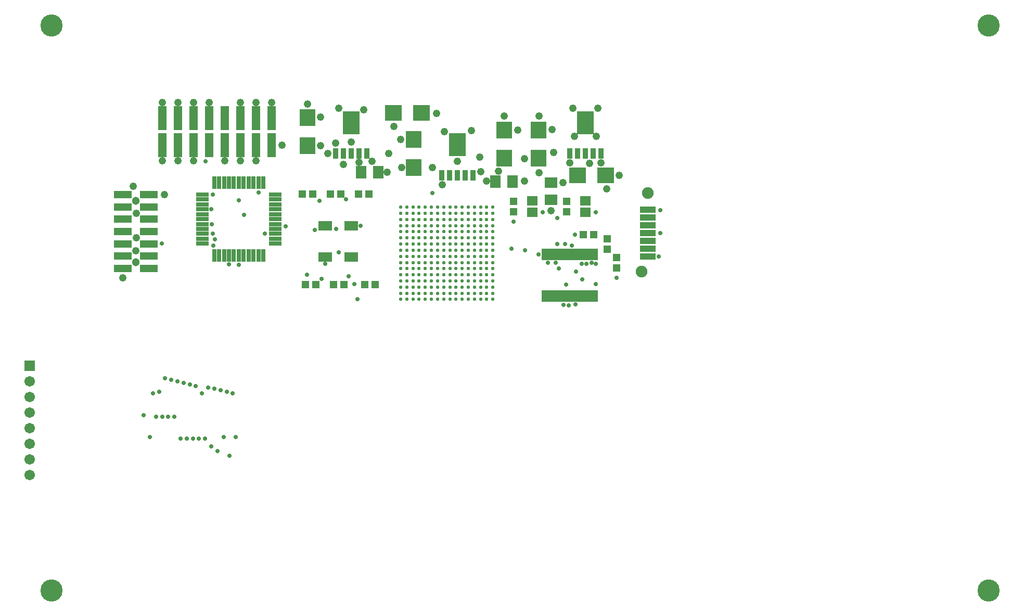
<source format=gts>
%FSLAX24Y24*%
%MOIN*%
G70*
G01*
G75*
G04 Layer_Color=8388736*
G04 Layer_Color=8388736*
%ADD10R,0.0394X0.0433*%
%ADD11C,0.0177*%
%ADD12R,0.0748X0.0197*%
%ADD13R,0.0197X0.0748*%
%ADD14R,0.0177X0.0669*%
%ADD15R,0.0177X0.0669*%
%ADD16R,0.0500X0.1449*%
%ADD17R,0.0787X0.0551*%
%ADD18R,0.1083X0.0394*%
%ADD19R,0.0945X0.0354*%
%ADD20R,0.0433X0.0394*%
%ADD21R,0.1024X0.0945*%
%ADD22R,0.0630X0.0709*%
%ADD23R,0.0945X0.1024*%
%ADD24R,0.1000X0.1400*%
%ADD25R,0.0300X0.0600*%
%ADD26R,0.0709X0.0630*%
%ADD27R,0.0630X0.0512*%
%ADD28C,0.0060*%
%ADD29C,0.0120*%
%ADD30C,0.0100*%
%ADD31C,0.0200*%
%ADD32C,0.0110*%
%ADD33C,0.0160*%
%ADD34C,0.0300*%
%ADD35R,0.0591X0.0591*%
%ADD36C,0.0591*%
%ADD37C,0.1339*%
%ADD38C,0.1339*%
%ADD39C,0.0433*%
%ADD40C,0.0669*%
%ADD41C,0.0200*%
%ADD42C,0.0400*%
%ADD43R,0.0276X0.0354*%
%ADD44R,0.0354X0.0276*%
%ADD45R,0.0276X0.0787*%
%ADD46R,0.0512X0.1339*%
%ADD47C,0.0098*%
%ADD48C,0.0079*%
%ADD49C,0.0080*%
%ADD50C,0.0070*%
%ADD51C,0.0040*%
%ADD52C,0.0600*%
%ADD53C,0.0150*%
%ADD54R,0.0098X0.1575*%
%ADD55R,0.0474X0.0513*%
%ADD56C,0.0217*%
%ADD57R,0.0828X0.0277*%
%ADD58R,0.0277X0.0828*%
%ADD59R,0.0257X0.0749*%
%ADD60R,0.0257X0.0749*%
%ADD61R,0.0580X0.1529*%
%ADD62R,0.0867X0.0631*%
%ADD63R,0.1163X0.0474*%
%ADD64R,0.1025X0.0434*%
%ADD65R,0.0513X0.0474*%
%ADD66R,0.1104X0.1025*%
%ADD67R,0.0710X0.0789*%
%ADD68R,0.1025X0.1104*%
%ADD69R,0.1080X0.1480*%
%ADD70R,0.0380X0.0680*%
%ADD71R,0.0789X0.0710*%
%ADD72R,0.0710X0.0592*%
%ADD73R,0.0671X0.0671*%
%ADD74C,0.0671*%
%ADD75C,0.1419*%
%ADD76C,0.1419*%
%ADD77C,0.0513*%
%ADD78C,0.0749*%
%ADD79C,0.0280*%
%ADD80C,0.0480*%
D55*
X46600Y52735D02*
D03*
Y52065D02*
D03*
X50000Y52735D02*
D03*
Y52065D02*
D03*
X53200Y48465D02*
D03*
Y49135D02*
D03*
X52600Y50335D02*
D03*
Y49665D02*
D03*
D56*
X39370Y51969D02*
D03*
X40157Y51181D02*
D03*
Y51575D02*
D03*
X39370Y46457D02*
D03*
X41339D02*
D03*
X43307D02*
D03*
X45276D02*
D03*
X39370Y46850D02*
D03*
X39764D02*
D03*
X42126D02*
D03*
X44882D02*
D03*
X45276D02*
D03*
X39370Y47244D02*
D03*
X39764D02*
D03*
X40157D02*
D03*
X40551D02*
D03*
X40945D02*
D03*
X41339D02*
D03*
X41732D02*
D03*
X42126D02*
D03*
X42520D02*
D03*
X42913D02*
D03*
X43307D02*
D03*
X43701D02*
D03*
X44094D02*
D03*
X44488D02*
D03*
X44882D02*
D03*
X45276D02*
D03*
X39370Y47638D02*
D03*
X39764D02*
D03*
X40157D02*
D03*
X40551D02*
D03*
X40945D02*
D03*
X41339D02*
D03*
X41732D02*
D03*
X42126D02*
D03*
X42520D02*
D03*
X42913D02*
D03*
X43307D02*
D03*
X43701D02*
D03*
X44094D02*
D03*
X44488D02*
D03*
X44882D02*
D03*
X45276D02*
D03*
X39370Y48032D02*
D03*
X39764D02*
D03*
X40157D02*
D03*
X40551D02*
D03*
X40945D02*
D03*
X41339D02*
D03*
X41732D02*
D03*
X42126D02*
D03*
X42520D02*
D03*
X42913D02*
D03*
X43307D02*
D03*
X43701D02*
D03*
X44094D02*
D03*
X44488D02*
D03*
X44882D02*
D03*
X45276D02*
D03*
X39370Y48425D02*
D03*
X39764D02*
D03*
X40157D02*
D03*
X40551D02*
D03*
X40945D02*
D03*
X41339D02*
D03*
X41732D02*
D03*
X42126D02*
D03*
X42520D02*
D03*
X42913D02*
D03*
X43307D02*
D03*
X43701D02*
D03*
X44094D02*
D03*
X44488D02*
D03*
X44882D02*
D03*
X45276D02*
D03*
X39370Y48819D02*
D03*
X39764D02*
D03*
X40157D02*
D03*
X40551D02*
D03*
X40945D02*
D03*
X41339D02*
D03*
X41732D02*
D03*
X42126D02*
D03*
X42520D02*
D03*
X42913D02*
D03*
X43307D02*
D03*
X43701D02*
D03*
X44094D02*
D03*
X44488D02*
D03*
X44882D02*
D03*
X45276D02*
D03*
X39370Y49213D02*
D03*
X39764D02*
D03*
X40157D02*
D03*
X40551D02*
D03*
X40945D02*
D03*
X41339D02*
D03*
X41732D02*
D03*
X42126D02*
D03*
X42520D02*
D03*
X42913D02*
D03*
X43307D02*
D03*
X43701D02*
D03*
X44094D02*
D03*
X44488D02*
D03*
X44882D02*
D03*
X45276D02*
D03*
X39370Y49606D02*
D03*
X39764D02*
D03*
X40157D02*
D03*
X40551D02*
D03*
X40945D02*
D03*
X41339D02*
D03*
X41732D02*
D03*
X42126D02*
D03*
X42520D02*
D03*
X42913D02*
D03*
X43307D02*
D03*
X43701D02*
D03*
X44094D02*
D03*
X44488D02*
D03*
X44882D02*
D03*
X45276D02*
D03*
X39370Y50000D02*
D03*
X39764D02*
D03*
X40157D02*
D03*
X40551D02*
D03*
X40945D02*
D03*
X41339D02*
D03*
X41732D02*
D03*
X42126D02*
D03*
X42520D02*
D03*
X42913D02*
D03*
X43307D02*
D03*
X43701D02*
D03*
X44094D02*
D03*
X44488D02*
D03*
X44882D02*
D03*
X45276D02*
D03*
X39370Y50394D02*
D03*
X39764D02*
D03*
X40157D02*
D03*
X40551D02*
D03*
X40945D02*
D03*
X41339D02*
D03*
X41732D02*
D03*
X42126D02*
D03*
X42520D02*
D03*
X42913D02*
D03*
X43307D02*
D03*
X43701D02*
D03*
X44094D02*
D03*
X44488D02*
D03*
X44882D02*
D03*
X45276D02*
D03*
X39370Y50787D02*
D03*
X39764D02*
D03*
X40157D02*
D03*
X40551D02*
D03*
X40945D02*
D03*
X41339D02*
D03*
X41732D02*
D03*
X42126D02*
D03*
X42520D02*
D03*
X42913D02*
D03*
X43307D02*
D03*
X43701D02*
D03*
X44094D02*
D03*
X44488D02*
D03*
X44882D02*
D03*
X45276D02*
D03*
X39370Y51181D02*
D03*
X39764D02*
D03*
X40551D02*
D03*
X40945D02*
D03*
X41339D02*
D03*
X41732D02*
D03*
X42126D02*
D03*
X42520D02*
D03*
X42913D02*
D03*
X43307D02*
D03*
X43701D02*
D03*
X44094D02*
D03*
X44488D02*
D03*
X44882D02*
D03*
X45276D02*
D03*
X39370Y51575D02*
D03*
X39764D02*
D03*
X40551D02*
D03*
X40945D02*
D03*
X41339D02*
D03*
X41732D02*
D03*
X42126D02*
D03*
X42520D02*
D03*
X42913D02*
D03*
X43307D02*
D03*
X43701D02*
D03*
X44094D02*
D03*
X44488D02*
D03*
X44882D02*
D03*
X45276D02*
D03*
X39764Y51969D02*
D03*
X40157D02*
D03*
X40551D02*
D03*
X40945D02*
D03*
X41339D02*
D03*
X41732D02*
D03*
X42126D02*
D03*
X42520D02*
D03*
X42913D02*
D03*
X43307D02*
D03*
X43701D02*
D03*
X44094D02*
D03*
X44488D02*
D03*
X44882D02*
D03*
X45276D02*
D03*
X39370Y52362D02*
D03*
X39764D02*
D03*
X40157D02*
D03*
X40551D02*
D03*
X40945D02*
D03*
X41339D02*
D03*
X41732D02*
D03*
X42126D02*
D03*
X42520D02*
D03*
X42913D02*
D03*
X43307D02*
D03*
X43701D02*
D03*
X44094D02*
D03*
X44488D02*
D03*
X44882D02*
D03*
X45276D02*
D03*
X40945Y46850D02*
D03*
X40551D02*
D03*
Y46457D02*
D03*
X40157Y46850D02*
D03*
Y46457D02*
D03*
X39764D02*
D03*
X41732Y46850D02*
D03*
X41339D02*
D03*
X40945Y46457D02*
D03*
X42126D02*
D03*
X41732D02*
D03*
X44882D02*
D03*
X44488Y46850D02*
D03*
Y46457D02*
D03*
X44094Y46850D02*
D03*
Y46457D02*
D03*
X43701Y46850D02*
D03*
Y46457D02*
D03*
X43307Y46850D02*
D03*
X42913D02*
D03*
Y46457D02*
D03*
X42520Y46850D02*
D03*
Y46457D02*
D03*
D57*
X26657Y53175D02*
D03*
Y52860D02*
D03*
Y52545D02*
D03*
Y52230D02*
D03*
Y51915D02*
D03*
Y51600D02*
D03*
Y51285D02*
D03*
Y50970D02*
D03*
Y50655D02*
D03*
Y50340D02*
D03*
Y50025D02*
D03*
X31343Y53175D02*
D03*
Y52860D02*
D03*
Y52545D02*
D03*
Y52230D02*
D03*
Y51915D02*
D03*
Y51600D02*
D03*
Y51285D02*
D03*
Y50970D02*
D03*
Y50655D02*
D03*
Y50340D02*
D03*
Y50025D02*
D03*
D58*
X27425Y49257D02*
D03*
X27740D02*
D03*
X28055D02*
D03*
X28370D02*
D03*
X28685D02*
D03*
X29000D02*
D03*
X29315D02*
D03*
X29630D02*
D03*
X29945D02*
D03*
X30260D02*
D03*
X30575D02*
D03*
X27425Y53943D02*
D03*
X27740D02*
D03*
X28055D02*
D03*
X28370D02*
D03*
X28685D02*
D03*
X29000D02*
D03*
X29315D02*
D03*
X29630D02*
D03*
X29945D02*
D03*
X30260D02*
D03*
X30575D02*
D03*
D59*
X51863Y49339D02*
D03*
D60*
X51607D02*
D03*
X51352D02*
D03*
X51096D02*
D03*
X50840D02*
D03*
X50584D02*
D03*
X50328D02*
D03*
X50072D02*
D03*
X49816D02*
D03*
X49560D02*
D03*
X49304D02*
D03*
X49048D02*
D03*
X48793D02*
D03*
X48537D02*
D03*
X51863Y46661D02*
D03*
X51607D02*
D03*
X51352D02*
D03*
X51096D02*
D03*
X50840D02*
D03*
X50584D02*
D03*
X50328D02*
D03*
X50072D02*
D03*
X49816D02*
D03*
X49560D02*
D03*
X49304D02*
D03*
X49048D02*
D03*
X48793D02*
D03*
X48537D02*
D03*
D61*
X24100Y58074D02*
D03*
Y56326D02*
D03*
X25100Y58074D02*
D03*
Y56326D02*
D03*
X26100Y58074D02*
D03*
Y56326D02*
D03*
X27100Y58074D02*
D03*
Y56326D02*
D03*
X28100Y58074D02*
D03*
Y56326D02*
D03*
X29100Y58074D02*
D03*
Y56326D02*
D03*
X30100Y58074D02*
D03*
Y56326D02*
D03*
X31100Y58074D02*
D03*
Y56326D02*
D03*
D62*
X36203Y49184D02*
D03*
Y51184D02*
D03*
X34550D02*
D03*
Y49184D02*
D03*
D63*
X23237Y48438D02*
D03*
Y49225D02*
D03*
Y50013D02*
D03*
Y50800D02*
D03*
Y51587D02*
D03*
Y52375D02*
D03*
X21563Y48438D02*
D03*
Y49225D02*
D03*
Y50013D02*
D03*
Y50800D02*
D03*
Y51587D02*
D03*
Y52375D02*
D03*
X23237Y53162D02*
D03*
X21563D02*
D03*
D64*
X55200Y52200D02*
D03*
Y51700D02*
D03*
Y51200D02*
D03*
Y50700D02*
D03*
Y50200D02*
D03*
Y49700D02*
D03*
Y49200D02*
D03*
D65*
X51065Y50600D02*
D03*
X51735D02*
D03*
X37335Y53200D02*
D03*
X36665D02*
D03*
X33935Y47400D02*
D03*
X33265D02*
D03*
X37735D02*
D03*
X37065D02*
D03*
X35065D02*
D03*
X35735D02*
D03*
X33735Y53200D02*
D03*
X33065D02*
D03*
X34865D02*
D03*
X35535D02*
D03*
D66*
X40706Y58400D02*
D03*
X38894D02*
D03*
X52506Y54400D02*
D03*
X50694D02*
D03*
D67*
X37951Y54600D02*
D03*
X36849D02*
D03*
X46551Y54000D02*
D03*
X45449D02*
D03*
D68*
X33400Y58106D02*
D03*
Y56294D02*
D03*
X46000Y57306D02*
D03*
Y55494D02*
D03*
X40200Y56706D02*
D03*
Y54894D02*
D03*
X48200Y57306D02*
D03*
Y55494D02*
D03*
D69*
X43000Y56368D02*
D03*
X51200Y57769D02*
D03*
X36200D02*
D03*
D70*
X42500Y54400D02*
D03*
X44000D02*
D03*
X42000D02*
D03*
X43500D02*
D03*
X43000D02*
D03*
X50700Y55800D02*
D03*
X52200D02*
D03*
X50200D02*
D03*
X51700D02*
D03*
X51200D02*
D03*
X36200D02*
D03*
X36700D02*
D03*
X35200D02*
D03*
X37200D02*
D03*
X35700D02*
D03*
D71*
X49000Y52849D02*
D03*
Y53951D02*
D03*
D72*
X47800Y52774D02*
D03*
Y52026D02*
D03*
X51200Y52774D02*
D03*
Y52026D02*
D03*
D73*
X15600Y42200D02*
D03*
D74*
Y41200D02*
D03*
Y40200D02*
D03*
Y39200D02*
D03*
Y38200D02*
D03*
Y37200D02*
D03*
Y36200D02*
D03*
Y35200D02*
D03*
D75*
X17000Y27819D02*
D03*
X77039D02*
D03*
Y64000D02*
D03*
D76*
X17000D02*
D03*
D77*
X22400Y52769D02*
D03*
Y48832D02*
D03*
D78*
X55200Y53283D02*
D03*
X54806Y48232D02*
D03*
D79*
X24066Y50050D02*
D03*
X41400Y53285D02*
D03*
X26870Y55315D02*
D03*
X35236Y50984D02*
D03*
X35400Y49475D02*
D03*
X31988Y51143D02*
D03*
X49970Y47399D02*
D03*
X49803Y46100D02*
D03*
X50128Y46081D02*
D03*
X50584Y46143D02*
D03*
X49304Y48813D02*
D03*
X48793Y48819D02*
D03*
X28811Y37626D02*
D03*
X28024D02*
D03*
X25268Y37528D02*
D03*
X23299Y37626D02*
D03*
X23496Y40425D02*
D03*
X23890Y40524D02*
D03*
X26646Y40425D02*
D03*
X28417Y36445D02*
D03*
X27630Y36740D02*
D03*
X27236Y37035D02*
D03*
X26843Y37528D02*
D03*
X26449D02*
D03*
X26055D02*
D03*
X25661Y37528D02*
D03*
X24874Y38949D02*
D03*
X24480D02*
D03*
X24087Y38949D02*
D03*
X23693D02*
D03*
X22906Y39047D02*
D03*
X28614Y40425D02*
D03*
X28221Y40524D02*
D03*
X27827Y40622D02*
D03*
X27433Y40721D02*
D03*
X27039Y40819D02*
D03*
X26252Y40917D02*
D03*
X25858Y41016D02*
D03*
X25465Y41114D02*
D03*
X25071Y41213D02*
D03*
X24677Y41311D02*
D03*
X24283Y41409D02*
D03*
X50987Y47739D02*
D03*
X51863Y47448D02*
D03*
X50591Y48228D02*
D03*
X36808Y51184D02*
D03*
X34547Y48720D02*
D03*
X29000Y52791D02*
D03*
X29331Y51870D02*
D03*
X33858Y50886D02*
D03*
X27337Y53175D02*
D03*
X49508Y48425D02*
D03*
X49409Y50000D02*
D03*
X27328Y50655D02*
D03*
X33366Y48032D02*
D03*
X27461Y50295D02*
D03*
X27362Y49902D02*
D03*
X36417Y47441D02*
D03*
X55893Y49200D02*
D03*
X56004Y50689D02*
D03*
Y52165D02*
D03*
X29000Y48657D02*
D03*
X28370Y48697D02*
D03*
X27264Y51280D02*
D03*
X27230Y52230D02*
D03*
X30260Y53303D02*
D03*
X30675Y50655D02*
D03*
X36024Y47933D02*
D03*
X36614Y46457D02*
D03*
X34154Y52756D02*
D03*
X35880Y52854D02*
D03*
X47343Y49606D02*
D03*
X49409Y51673D02*
D03*
X46600Y51423D02*
D03*
X46457Y49705D02*
D03*
X51280Y48720D02*
D03*
X51870D02*
D03*
X51607Y48786D02*
D03*
X50975Y48720D02*
D03*
X48201Y49339D02*
D03*
X50328Y49918D02*
D03*
X49902Y50000D02*
D03*
X51862Y52026D02*
D03*
X48466D02*
D03*
X34301Y47785D02*
D03*
X50532Y50600D02*
D03*
X53200Y47833D02*
D03*
D80*
X30100Y55333D02*
D03*
X31765Y56326D02*
D03*
X21555Y47835D02*
D03*
X22392Y49557D02*
D03*
X22441Y50394D02*
D03*
Y51968D02*
D03*
X22244Y53691D02*
D03*
X24232Y53162D02*
D03*
X24100Y55331D02*
D03*
X25100D02*
D03*
X26100D02*
D03*
X28100D02*
D03*
X29100D02*
D03*
X31100Y59069D02*
D03*
X30100D02*
D03*
X29100D02*
D03*
X27100D02*
D03*
X26100D02*
D03*
X25100D02*
D03*
X24100D02*
D03*
X53367Y54400D02*
D03*
X52215Y55217D02*
D03*
X51476Y55167D02*
D03*
X49768Y53951D02*
D03*
X50197Y55217D02*
D03*
X48228Y54577D02*
D03*
X47293Y55463D02*
D03*
X49065Y57333D02*
D03*
X48228Y58218D02*
D03*
X49163Y55856D02*
D03*
X49000Y52132D02*
D03*
X52559Y53543D02*
D03*
X47293Y54035D02*
D03*
X44882D02*
D03*
X45620Y54675D02*
D03*
X46878Y57306D02*
D03*
X46000Y58205D02*
D03*
X44488Y54626D02*
D03*
X44439Y55561D02*
D03*
X43012Y55315D02*
D03*
X42028Y53789D02*
D03*
X41400Y54909D02*
D03*
X39442Y54894D02*
D03*
X39383Y56706D02*
D03*
X36700Y55229D02*
D03*
X38507Y54600D02*
D03*
X37549Y55315D02*
D03*
X38590Y55800D02*
D03*
X36200Y56525D02*
D03*
X35700Y55097D02*
D03*
X35200Y56483D02*
D03*
X34688Y55800D02*
D03*
X34252Y56299D02*
D03*
Y58120D02*
D03*
X33415Y58957D02*
D03*
X38927Y57530D02*
D03*
X41683Y58366D02*
D03*
X43900Y57269D02*
D03*
X42168Y57200D02*
D03*
X37000Y58600D02*
D03*
X35400Y58700D02*
D03*
X52000D02*
D03*
X50400D02*
D03*
X51900Y56900D02*
D03*
X50500D02*
D03*
M02*

</source>
